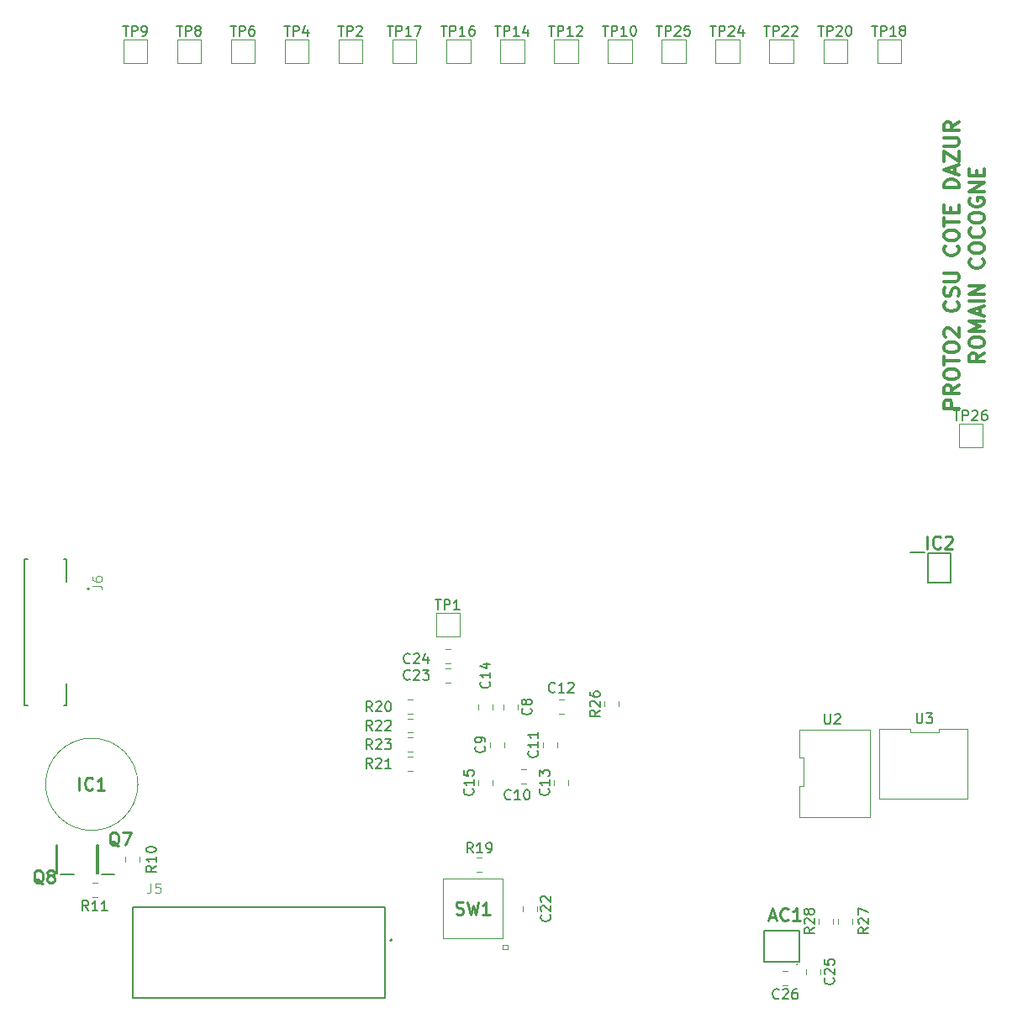
<source format=gbr>
G04 #@! TF.GenerationSoftware,KiCad,Pcbnew,5.1.5+dfsg1-2build2*
G04 #@! TF.CreationDate,2020-05-18T23:31:36+02:00*
G04 #@! TF.ProjectId,proto2,70726f74-6f32-42e6-9b69-6361645f7063,rev?*
G04 #@! TF.SameCoordinates,Original*
G04 #@! TF.FileFunction,Legend,Top*
G04 #@! TF.FilePolarity,Positive*
%FSLAX46Y46*%
G04 Gerber Fmt 4.6, Leading zero omitted, Abs format (unit mm)*
G04 Created by KiCad (PCBNEW 5.1.5+dfsg1-2build2) date 2020-05-18 23:31:36*
%MOMM*%
%LPD*%
G04 APERTURE LIST*
%ADD10C,0.300000*%
%ADD11C,0.100000*%
%ADD12C,0.200000*%
%ADD13C,0.127000*%
%ADD14C,0.120000*%
%ADD15C,0.254000*%
%ADD16C,0.015000*%
%ADD17C,0.150000*%
G04 APERTURE END LIST*
D10*
X186093571Y-90592857D02*
X184593571Y-90592857D01*
X184593571Y-90021428D01*
X184665000Y-89878571D01*
X184736428Y-89807142D01*
X184879285Y-89735714D01*
X185093571Y-89735714D01*
X185236428Y-89807142D01*
X185307857Y-89878571D01*
X185379285Y-90021428D01*
X185379285Y-90592857D01*
X186093571Y-88235714D02*
X185379285Y-88735714D01*
X186093571Y-89092857D02*
X184593571Y-89092857D01*
X184593571Y-88521428D01*
X184665000Y-88378571D01*
X184736428Y-88307142D01*
X184879285Y-88235714D01*
X185093571Y-88235714D01*
X185236428Y-88307142D01*
X185307857Y-88378571D01*
X185379285Y-88521428D01*
X185379285Y-89092857D01*
X184593571Y-87307142D02*
X184593571Y-87021428D01*
X184665000Y-86878571D01*
X184807857Y-86735714D01*
X185093571Y-86664285D01*
X185593571Y-86664285D01*
X185879285Y-86735714D01*
X186022142Y-86878571D01*
X186093571Y-87021428D01*
X186093571Y-87307142D01*
X186022142Y-87450000D01*
X185879285Y-87592857D01*
X185593571Y-87664285D01*
X185093571Y-87664285D01*
X184807857Y-87592857D01*
X184665000Y-87450000D01*
X184593571Y-87307142D01*
X184593571Y-86235714D02*
X184593571Y-85378571D01*
X186093571Y-85807142D02*
X184593571Y-85807142D01*
X184593571Y-84592857D02*
X184593571Y-84307142D01*
X184665000Y-84164285D01*
X184807857Y-84021428D01*
X185093571Y-83950000D01*
X185593571Y-83950000D01*
X185879285Y-84021428D01*
X186022142Y-84164285D01*
X186093571Y-84307142D01*
X186093571Y-84592857D01*
X186022142Y-84735714D01*
X185879285Y-84878571D01*
X185593571Y-84950000D01*
X185093571Y-84950000D01*
X184807857Y-84878571D01*
X184665000Y-84735714D01*
X184593571Y-84592857D01*
X184736428Y-83378571D02*
X184665000Y-83307142D01*
X184593571Y-83164285D01*
X184593571Y-82807142D01*
X184665000Y-82664285D01*
X184736428Y-82592857D01*
X184879285Y-82521428D01*
X185022142Y-82521428D01*
X185236428Y-82592857D01*
X186093571Y-83450000D01*
X186093571Y-82521428D01*
X185950714Y-79878571D02*
X186022142Y-79950000D01*
X186093571Y-80164285D01*
X186093571Y-80307142D01*
X186022142Y-80521428D01*
X185879285Y-80664285D01*
X185736428Y-80735714D01*
X185450714Y-80807142D01*
X185236428Y-80807142D01*
X184950714Y-80735714D01*
X184807857Y-80664285D01*
X184665000Y-80521428D01*
X184593571Y-80307142D01*
X184593571Y-80164285D01*
X184665000Y-79950000D01*
X184736428Y-79878571D01*
X186022142Y-79307142D02*
X186093571Y-79092857D01*
X186093571Y-78735714D01*
X186022142Y-78592857D01*
X185950714Y-78521428D01*
X185807857Y-78450000D01*
X185665000Y-78450000D01*
X185522142Y-78521428D01*
X185450714Y-78592857D01*
X185379285Y-78735714D01*
X185307857Y-79021428D01*
X185236428Y-79164285D01*
X185165000Y-79235714D01*
X185022142Y-79307142D01*
X184879285Y-79307142D01*
X184736428Y-79235714D01*
X184665000Y-79164285D01*
X184593571Y-79021428D01*
X184593571Y-78664285D01*
X184665000Y-78450000D01*
X184593571Y-77807142D02*
X185807857Y-77807142D01*
X185950714Y-77735714D01*
X186022142Y-77664285D01*
X186093571Y-77521428D01*
X186093571Y-77235714D01*
X186022142Y-77092857D01*
X185950714Y-77021428D01*
X185807857Y-76950000D01*
X184593571Y-76950000D01*
X185950714Y-74235714D02*
X186022142Y-74307142D01*
X186093571Y-74521428D01*
X186093571Y-74664285D01*
X186022142Y-74878571D01*
X185879285Y-75021428D01*
X185736428Y-75092857D01*
X185450714Y-75164285D01*
X185236428Y-75164285D01*
X184950714Y-75092857D01*
X184807857Y-75021428D01*
X184665000Y-74878571D01*
X184593571Y-74664285D01*
X184593571Y-74521428D01*
X184665000Y-74307142D01*
X184736428Y-74235714D01*
X184593571Y-73307142D02*
X184593571Y-73021428D01*
X184665000Y-72878571D01*
X184807857Y-72735714D01*
X185093571Y-72664285D01*
X185593571Y-72664285D01*
X185879285Y-72735714D01*
X186022142Y-72878571D01*
X186093571Y-73021428D01*
X186093571Y-73307142D01*
X186022142Y-73450000D01*
X185879285Y-73592857D01*
X185593571Y-73664285D01*
X185093571Y-73664285D01*
X184807857Y-73592857D01*
X184665000Y-73450000D01*
X184593571Y-73307142D01*
X184593571Y-72235714D02*
X184593571Y-71378571D01*
X186093571Y-71807142D02*
X184593571Y-71807142D01*
X185307857Y-70878571D02*
X185307857Y-70378571D01*
X186093571Y-70164285D02*
X186093571Y-70878571D01*
X184593571Y-70878571D01*
X184593571Y-70164285D01*
X186093571Y-68378571D02*
X184593571Y-68378571D01*
X184593571Y-68021428D01*
X184665000Y-67807142D01*
X184807857Y-67664285D01*
X184950714Y-67592857D01*
X185236428Y-67521428D01*
X185450714Y-67521428D01*
X185736428Y-67592857D01*
X185879285Y-67664285D01*
X186022142Y-67807142D01*
X186093571Y-68021428D01*
X186093571Y-68378571D01*
X185665000Y-66950000D02*
X185665000Y-66235714D01*
X186093571Y-67092857D02*
X184593571Y-66592857D01*
X186093571Y-66092857D01*
X184593571Y-65735714D02*
X184593571Y-64735714D01*
X186093571Y-65735714D01*
X186093571Y-64735714D01*
X184593571Y-64164285D02*
X185807857Y-64164285D01*
X185950714Y-64092857D01*
X186022142Y-64021428D01*
X186093571Y-63878571D01*
X186093571Y-63592857D01*
X186022142Y-63450000D01*
X185950714Y-63378571D01*
X185807857Y-63307142D01*
X184593571Y-63307142D01*
X186093571Y-61735714D02*
X185379285Y-62235714D01*
X186093571Y-62592857D02*
X184593571Y-62592857D01*
X184593571Y-62021428D01*
X184665000Y-61878571D01*
X184736428Y-61807142D01*
X184879285Y-61735714D01*
X185093571Y-61735714D01*
X185236428Y-61807142D01*
X185307857Y-61878571D01*
X185379285Y-62021428D01*
X185379285Y-62592857D01*
X188643571Y-85021428D02*
X187929285Y-85521428D01*
X188643571Y-85878571D02*
X187143571Y-85878571D01*
X187143571Y-85307142D01*
X187215000Y-85164285D01*
X187286428Y-85092857D01*
X187429285Y-85021428D01*
X187643571Y-85021428D01*
X187786428Y-85092857D01*
X187857857Y-85164285D01*
X187929285Y-85307142D01*
X187929285Y-85878571D01*
X187143571Y-84092857D02*
X187143571Y-83807142D01*
X187215000Y-83664285D01*
X187357857Y-83521428D01*
X187643571Y-83450000D01*
X188143571Y-83450000D01*
X188429285Y-83521428D01*
X188572142Y-83664285D01*
X188643571Y-83807142D01*
X188643571Y-84092857D01*
X188572142Y-84235714D01*
X188429285Y-84378571D01*
X188143571Y-84450000D01*
X187643571Y-84450000D01*
X187357857Y-84378571D01*
X187215000Y-84235714D01*
X187143571Y-84092857D01*
X188643571Y-82807142D02*
X187143571Y-82807142D01*
X188215000Y-82307142D01*
X187143571Y-81807142D01*
X188643571Y-81807142D01*
X188215000Y-81164285D02*
X188215000Y-80450000D01*
X188643571Y-81307142D02*
X187143571Y-80807142D01*
X188643571Y-80307142D01*
X188643571Y-79807142D02*
X187143571Y-79807142D01*
X188643571Y-79092857D02*
X187143571Y-79092857D01*
X188643571Y-78235714D01*
X187143571Y-78235714D01*
X188500714Y-75521428D02*
X188572142Y-75592857D01*
X188643571Y-75807142D01*
X188643571Y-75950000D01*
X188572142Y-76164285D01*
X188429285Y-76307142D01*
X188286428Y-76378571D01*
X188000714Y-76450000D01*
X187786428Y-76450000D01*
X187500714Y-76378571D01*
X187357857Y-76307142D01*
X187215000Y-76164285D01*
X187143571Y-75950000D01*
X187143571Y-75807142D01*
X187215000Y-75592857D01*
X187286428Y-75521428D01*
X187143571Y-74592857D02*
X187143571Y-74307142D01*
X187215000Y-74164285D01*
X187357857Y-74021428D01*
X187643571Y-73950000D01*
X188143571Y-73950000D01*
X188429285Y-74021428D01*
X188572142Y-74164285D01*
X188643571Y-74307142D01*
X188643571Y-74592857D01*
X188572142Y-74735714D01*
X188429285Y-74878571D01*
X188143571Y-74950000D01*
X187643571Y-74950000D01*
X187357857Y-74878571D01*
X187215000Y-74735714D01*
X187143571Y-74592857D01*
X188500714Y-72450000D02*
X188572142Y-72521428D01*
X188643571Y-72735714D01*
X188643571Y-72878571D01*
X188572142Y-73092857D01*
X188429285Y-73235714D01*
X188286428Y-73307142D01*
X188000714Y-73378571D01*
X187786428Y-73378571D01*
X187500714Y-73307142D01*
X187357857Y-73235714D01*
X187215000Y-73092857D01*
X187143571Y-72878571D01*
X187143571Y-72735714D01*
X187215000Y-72521428D01*
X187286428Y-72450000D01*
X187143571Y-71521428D02*
X187143571Y-71235714D01*
X187215000Y-71092857D01*
X187357857Y-70950000D01*
X187643571Y-70878571D01*
X188143571Y-70878571D01*
X188429285Y-70950000D01*
X188572142Y-71092857D01*
X188643571Y-71235714D01*
X188643571Y-71521428D01*
X188572142Y-71664285D01*
X188429285Y-71807142D01*
X188143571Y-71878571D01*
X187643571Y-71878571D01*
X187357857Y-71807142D01*
X187215000Y-71664285D01*
X187143571Y-71521428D01*
X187215000Y-69450000D02*
X187143571Y-69592857D01*
X187143571Y-69807142D01*
X187215000Y-70021428D01*
X187357857Y-70164285D01*
X187500714Y-70235714D01*
X187786428Y-70307142D01*
X188000714Y-70307142D01*
X188286428Y-70235714D01*
X188429285Y-70164285D01*
X188572142Y-70021428D01*
X188643571Y-69807142D01*
X188643571Y-69664285D01*
X188572142Y-69450000D01*
X188500714Y-69378571D01*
X188000714Y-69378571D01*
X188000714Y-69664285D01*
X188643571Y-68735714D02*
X187143571Y-68735714D01*
X188643571Y-67878571D01*
X187143571Y-67878571D01*
X187857857Y-67164285D02*
X187857857Y-66664285D01*
X188643571Y-66450000D02*
X188643571Y-67164285D01*
X187143571Y-67164285D01*
X187143571Y-66450000D01*
D11*
X140144000Y-145032000D02*
X140144000Y-144642000D01*
X140633000Y-145032000D02*
X140144000Y-145032000D01*
X140633000Y-144642000D02*
X140633000Y-145032000D01*
X140144000Y-144642000D02*
X140633000Y-144642000D01*
X134160000Y-143970000D02*
X134160000Y-137970000D01*
X140160000Y-143970000D02*
X134160000Y-143970000D01*
X140160000Y-137970000D02*
X140160000Y-143970000D01*
X134160000Y-137970000D02*
X140160000Y-137970000D01*
D12*
X98507000Y-108782000D02*
G75*
G03X98507000Y-108782000I-100000J0D01*
G01*
D13*
X92007000Y-120532000D02*
X92287000Y-120532000D01*
X92007000Y-105782000D02*
X92007000Y-120532000D01*
X92287000Y-105782000D02*
X92007000Y-105782000D01*
X96207000Y-120532000D02*
X95927000Y-120532000D01*
X96207000Y-118257000D02*
X96207000Y-120532000D01*
X96207000Y-105782000D02*
X96207000Y-108057000D01*
X95927000Y-105782000D02*
X96207000Y-105782000D01*
D12*
X181225000Y-105130000D02*
X182650000Y-105130000D01*
X183000000Y-108180000D02*
X183000000Y-105180000D01*
X185300000Y-108180000D02*
X183000000Y-108180000D01*
X185300000Y-105180000D02*
X185300000Y-108180000D01*
X183000000Y-105180000D02*
X185300000Y-105180000D01*
D11*
X94105200Y-128447800D02*
G75*
G02X103405200Y-128447800I4650000J0D01*
G01*
X103405200Y-128447800D02*
G75*
G02X94105200Y-128447800I-4650000J0D01*
G01*
X103405200Y-128447800D02*
X103405200Y-128447800D01*
X94105200Y-128447800D02*
X94105200Y-128447800D01*
D14*
X186125000Y-94545000D02*
X186125000Y-92145000D01*
X188525000Y-94545000D02*
X186125000Y-94545000D01*
X188525000Y-92145000D02*
X188525000Y-94545000D01*
X186125000Y-92145000D02*
X188525000Y-92145000D01*
X133420000Y-113595000D02*
X133420000Y-111195000D01*
X135820000Y-113595000D02*
X133420000Y-113595000D01*
X135820000Y-111195000D02*
X135820000Y-113595000D01*
X133420000Y-111195000D02*
X135820000Y-111195000D01*
X156178400Y-55810000D02*
X156178400Y-53410000D01*
X158578400Y-55810000D02*
X156178400Y-55810000D01*
X158578400Y-53410000D02*
X158578400Y-55810000D01*
X156178400Y-53410000D02*
X158578400Y-53410000D01*
X161601300Y-55810000D02*
X161601300Y-53410000D01*
X164001300Y-55810000D02*
X161601300Y-55810000D01*
X164001300Y-53410000D02*
X164001300Y-55810000D01*
X161601300Y-53410000D02*
X164001300Y-53410000D01*
X167024200Y-55810000D02*
X167024200Y-53410000D01*
X169424200Y-55810000D02*
X167024200Y-55810000D01*
X169424200Y-53410000D02*
X169424200Y-55810000D01*
X167024200Y-53410000D02*
X169424200Y-53410000D01*
X172447100Y-55810000D02*
X172447100Y-53410000D01*
X174847100Y-55810000D02*
X172447100Y-55810000D01*
X174847100Y-53410000D02*
X174847100Y-55810000D01*
X172447100Y-53410000D02*
X174847100Y-53410000D01*
X177870000Y-55810000D02*
X177870000Y-53410000D01*
X180270000Y-55810000D02*
X177870000Y-55810000D01*
X180270000Y-53410000D02*
X180270000Y-55810000D01*
X177870000Y-53410000D02*
X180270000Y-53410000D01*
X129063900Y-55810000D02*
X129063900Y-53410000D01*
X131463900Y-55810000D02*
X129063900Y-55810000D01*
X131463900Y-53410000D02*
X131463900Y-55810000D01*
X129063900Y-53410000D02*
X131463900Y-53410000D01*
X134486800Y-55810000D02*
X134486800Y-53410000D01*
X136886800Y-55810000D02*
X134486800Y-55810000D01*
X136886800Y-53410000D02*
X136886800Y-55810000D01*
X134486800Y-53410000D02*
X136886800Y-53410000D01*
X139909700Y-55810000D02*
X139909700Y-53410000D01*
X142309700Y-55810000D02*
X139909700Y-55810000D01*
X142309700Y-53410000D02*
X142309700Y-55810000D01*
X139909700Y-53410000D02*
X142309700Y-53410000D01*
X145332600Y-55810000D02*
X145332600Y-53410000D01*
X147732600Y-55810000D02*
X145332600Y-55810000D01*
X147732600Y-53410000D02*
X147732600Y-55810000D01*
X145332600Y-53410000D02*
X147732600Y-53410000D01*
X150755500Y-55810000D02*
X150755500Y-53410000D01*
X153155500Y-55810000D02*
X150755500Y-55810000D01*
X153155500Y-53410000D02*
X153155500Y-55810000D01*
X150755500Y-53410000D02*
X153155500Y-53410000D01*
X101949400Y-55810000D02*
X101949400Y-53410000D01*
X104349400Y-55810000D02*
X101949400Y-55810000D01*
X104349400Y-53410000D02*
X104349400Y-55810000D01*
X101949400Y-53410000D02*
X104349400Y-53410000D01*
X107372300Y-55810000D02*
X107372300Y-53410000D01*
X109772300Y-55810000D02*
X107372300Y-55810000D01*
X109772300Y-53410000D02*
X109772300Y-55810000D01*
X107372300Y-53410000D02*
X109772300Y-53410000D01*
X112795200Y-55810000D02*
X112795200Y-53410000D01*
X115195200Y-55810000D02*
X112795200Y-55810000D01*
X115195200Y-53410000D02*
X115195200Y-55810000D01*
X112795200Y-53410000D02*
X115195200Y-53410000D01*
X118218100Y-55810000D02*
X118218100Y-53410000D01*
X120618100Y-55810000D02*
X118218100Y-55810000D01*
X120618100Y-53410000D02*
X120618100Y-55810000D01*
X118218100Y-53410000D02*
X120618100Y-53410000D01*
X123641000Y-55810000D02*
X123641000Y-53410000D01*
X126041000Y-55810000D02*
X123641000Y-55810000D01*
X126041000Y-53410000D02*
X126041000Y-55810000D01*
X123641000Y-53410000D02*
X126041000Y-53410000D01*
X178072000Y-122845000D02*
X178072000Y-129884999D01*
X178072000Y-129884999D02*
X186926000Y-129885000D01*
X186926000Y-129885000D02*
X186926000Y-122845001D01*
X186926000Y-122845001D02*
X184059333Y-122845000D01*
X184059333Y-122845000D02*
X184059333Y-123205000D01*
X184059333Y-123205000D02*
X181192667Y-123205000D01*
X181192667Y-123205000D02*
X181192667Y-122845000D01*
X181192667Y-122845000D02*
X178054000Y-122845000D01*
X170070200Y-131772000D02*
X177110199Y-131772000D01*
X177110199Y-131772000D02*
X177110200Y-122918000D01*
X177110200Y-122918000D02*
X170070201Y-122918000D01*
X170070201Y-122918000D02*
X170070200Y-125784667D01*
X170070200Y-125784667D02*
X170430200Y-125784667D01*
X170430200Y-125784667D02*
X170430200Y-128651333D01*
X170430200Y-128651333D02*
X170070200Y-128651333D01*
X170070200Y-128651333D02*
X170070200Y-131790000D01*
X173430000Y-142498578D02*
X173430000Y-141981422D01*
X172010000Y-142498578D02*
X172010000Y-141981422D01*
X175335000Y-142498578D02*
X175335000Y-141981422D01*
X173915000Y-142498578D02*
X173915000Y-141981422D01*
X150420000Y-120606078D02*
X150420000Y-120088922D01*
X151840000Y-120606078D02*
X151840000Y-120088922D01*
X130561822Y-123750000D02*
X131078978Y-123750000D01*
X130561822Y-125170000D02*
X131078978Y-125170000D01*
X131078978Y-123239600D02*
X130561822Y-123239600D01*
X131078978Y-121819600D02*
X130561822Y-121819600D01*
X130561822Y-125680400D02*
X131078978Y-125680400D01*
X130561822Y-127100400D02*
X131078978Y-127100400D01*
X131078978Y-121309200D02*
X130561822Y-121309200D01*
X131078978Y-119889200D02*
X130561822Y-119889200D01*
X137536422Y-137235000D02*
X138053578Y-137235000D01*
X137536422Y-135815000D02*
X138053578Y-135815000D01*
X99318578Y-138355000D02*
X98801422Y-138355000D01*
X99318578Y-139775000D02*
X98801422Y-139775000D01*
X103580000Y-136265378D02*
X103580000Y-135748222D01*
X102160000Y-136265378D02*
X102160000Y-135748222D01*
D12*
X96950000Y-137506800D02*
X95650000Y-137506800D01*
X95300000Y-134546800D02*
X95300000Y-137466800D01*
X95200000Y-134546800D02*
X95300000Y-134546800D01*
X95200000Y-137466800D02*
X95200000Y-134546800D01*
X95300000Y-137466800D02*
X95200000Y-137466800D01*
X101030000Y-137506800D02*
X99730000Y-137506800D01*
X99380000Y-134546800D02*
X99380000Y-137466800D01*
X99280000Y-134546800D02*
X99380000Y-134546800D01*
X99280000Y-137466800D02*
X99280000Y-134546800D01*
X99380000Y-137466800D02*
X99280000Y-137466800D01*
X129020000Y-144145000D02*
G75*
G03X129020000Y-144145000I-100000J0D01*
G01*
D13*
X128270000Y-149987000D02*
X102870000Y-149987000D01*
X128270000Y-140843000D02*
X102870000Y-140843000D01*
X128270000Y-140843000D02*
X128270000Y-149987000D01*
X102870000Y-149987000D02*
X102870000Y-140843000D01*
D14*
X168866078Y-147245000D02*
X168348922Y-147245000D01*
X168866078Y-148665000D02*
X168348922Y-148665000D01*
X170740000Y-147061422D02*
X170740000Y-147578578D01*
X172160000Y-147061422D02*
X172160000Y-147578578D01*
X134361422Y-118185000D02*
X134878578Y-118185000D01*
X134361422Y-116765000D02*
X134878578Y-116765000D01*
X134878578Y-114860000D02*
X134361422Y-114860000D01*
X134878578Y-116280000D02*
X134361422Y-116280000D01*
X142165000Y-140711422D02*
X142165000Y-141228578D01*
X143585000Y-140711422D02*
X143585000Y-141228578D01*
X137720000Y-128528578D02*
X137720000Y-128011422D01*
X139140000Y-128528578D02*
X139140000Y-128011422D01*
X139140000Y-120391422D02*
X139140000Y-120908578D01*
X137720000Y-120391422D02*
X137720000Y-120908578D01*
X145340000Y-128528578D02*
X145340000Y-128011422D01*
X146760000Y-128528578D02*
X146760000Y-128011422D01*
X146308578Y-121360000D02*
X145791422Y-121360000D01*
X146308578Y-119940000D02*
X145791422Y-119940000D01*
X144197000Y-124718578D02*
X144197000Y-124201422D01*
X145617000Y-124718578D02*
X145617000Y-124201422D01*
X141981422Y-126925000D02*
X142498578Y-126925000D01*
X141981422Y-128345000D02*
X142498578Y-128345000D01*
X138863000Y-124718578D02*
X138863000Y-124201422D01*
X140283000Y-124718578D02*
X140283000Y-124201422D01*
X141680000Y-120391422D02*
X141680000Y-120908578D01*
X140260000Y-120391422D02*
X140260000Y-120908578D01*
D12*
X169803000Y-146594000D02*
G75*
G03X169803000Y-146594000I-17000J0D01*
G01*
X166475000Y-143230000D02*
X170075000Y-143230000D01*
X166475000Y-146330000D02*
X166475000Y-143230000D01*
X170075000Y-146330000D02*
X166475000Y-146330000D01*
X170075000Y-143230000D02*
X170075000Y-146330000D01*
D15*
X135466666Y-141484047D02*
X135648095Y-141544523D01*
X135950476Y-141544523D01*
X136071428Y-141484047D01*
X136131904Y-141423571D01*
X136192380Y-141302619D01*
X136192380Y-141181666D01*
X136131904Y-141060714D01*
X136071428Y-141000238D01*
X135950476Y-140939761D01*
X135708571Y-140879285D01*
X135587619Y-140818809D01*
X135527142Y-140758333D01*
X135466666Y-140637380D01*
X135466666Y-140516428D01*
X135527142Y-140395476D01*
X135587619Y-140335000D01*
X135708571Y-140274523D01*
X136010952Y-140274523D01*
X136192380Y-140335000D01*
X136615714Y-140274523D02*
X136918095Y-141544523D01*
X137160000Y-140637380D01*
X137401904Y-141544523D01*
X137704285Y-140274523D01*
X138853333Y-141544523D02*
X138127619Y-141544523D01*
X138490476Y-141544523D02*
X138490476Y-140274523D01*
X138369523Y-140455952D01*
X138248571Y-140576904D01*
X138127619Y-140637380D01*
D16*
X98794380Y-108465333D02*
X99508666Y-108465333D01*
X99651523Y-108512952D01*
X99746761Y-108608190D01*
X99794380Y-108751047D01*
X99794380Y-108846285D01*
X98794380Y-107560571D02*
X98794380Y-107751047D01*
X98842000Y-107846285D01*
X98889619Y-107893904D01*
X99032476Y-107989142D01*
X99222952Y-108036761D01*
X99603904Y-108036761D01*
X99699142Y-107989142D01*
X99746761Y-107941523D01*
X99794380Y-107846285D01*
X99794380Y-107655809D01*
X99746761Y-107560571D01*
X99699142Y-107512952D01*
X99603904Y-107465333D01*
X99365809Y-107465333D01*
X99270571Y-107512952D01*
X99222952Y-107560571D01*
X99175333Y-107655809D01*
X99175333Y-107846285D01*
X99222952Y-107941523D01*
X99270571Y-107989142D01*
X99365809Y-108036761D01*
D15*
X182910238Y-104714523D02*
X182910238Y-103444523D01*
X184240714Y-104593571D02*
X184180238Y-104654047D01*
X183998809Y-104714523D01*
X183877857Y-104714523D01*
X183696428Y-104654047D01*
X183575476Y-104533095D01*
X183515000Y-104412142D01*
X183454523Y-104170238D01*
X183454523Y-103988809D01*
X183515000Y-103746904D01*
X183575476Y-103625952D01*
X183696428Y-103505000D01*
X183877857Y-103444523D01*
X183998809Y-103444523D01*
X184180238Y-103505000D01*
X184240714Y-103565476D01*
X184724523Y-103565476D02*
X184785000Y-103505000D01*
X184905952Y-103444523D01*
X185208333Y-103444523D01*
X185329285Y-103505000D01*
X185389761Y-103565476D01*
X185450238Y-103686428D01*
X185450238Y-103807380D01*
X185389761Y-103988809D01*
X184664047Y-104714523D01*
X185450238Y-104714523D01*
X97515438Y-129022323D02*
X97515438Y-127752323D01*
X98845914Y-128901371D02*
X98785438Y-128961847D01*
X98604009Y-129022323D01*
X98483057Y-129022323D01*
X98301628Y-128961847D01*
X98180676Y-128840895D01*
X98120200Y-128719942D01*
X98059723Y-128478038D01*
X98059723Y-128296609D01*
X98120200Y-128054704D01*
X98180676Y-127933752D01*
X98301628Y-127812800D01*
X98483057Y-127752323D01*
X98604009Y-127752323D01*
X98785438Y-127812800D01*
X98845914Y-127873276D01*
X100055438Y-129022323D02*
X99329723Y-129022323D01*
X99692580Y-129022323D02*
X99692580Y-127752323D01*
X99571628Y-127933752D01*
X99450676Y-128054704D01*
X99329723Y-128115180D01*
D17*
X185586904Y-90799380D02*
X186158333Y-90799380D01*
X185872619Y-91799380D02*
X185872619Y-90799380D01*
X186491666Y-91799380D02*
X186491666Y-90799380D01*
X186872619Y-90799380D01*
X186967857Y-90847000D01*
X187015476Y-90894619D01*
X187063095Y-90989857D01*
X187063095Y-91132714D01*
X187015476Y-91227952D01*
X186967857Y-91275571D01*
X186872619Y-91323190D01*
X186491666Y-91323190D01*
X187444047Y-90894619D02*
X187491666Y-90847000D01*
X187586904Y-90799380D01*
X187825000Y-90799380D01*
X187920238Y-90847000D01*
X187967857Y-90894619D01*
X188015476Y-90989857D01*
X188015476Y-91085095D01*
X187967857Y-91227952D01*
X187396428Y-91799380D01*
X188015476Y-91799380D01*
X188872619Y-90799380D02*
X188682142Y-90799380D01*
X188586904Y-90847000D01*
X188539285Y-90894619D01*
X188444047Y-91037476D01*
X188396428Y-91227952D01*
X188396428Y-91608904D01*
X188444047Y-91704142D01*
X188491666Y-91751761D01*
X188586904Y-91799380D01*
X188777380Y-91799380D01*
X188872619Y-91751761D01*
X188920238Y-91704142D01*
X188967857Y-91608904D01*
X188967857Y-91370809D01*
X188920238Y-91275571D01*
X188872619Y-91227952D01*
X188777380Y-91180333D01*
X188586904Y-91180333D01*
X188491666Y-91227952D01*
X188444047Y-91275571D01*
X188396428Y-91370809D01*
X133358095Y-109849380D02*
X133929523Y-109849380D01*
X133643809Y-110849380D02*
X133643809Y-109849380D01*
X134262857Y-110849380D02*
X134262857Y-109849380D01*
X134643809Y-109849380D01*
X134739047Y-109897000D01*
X134786666Y-109944619D01*
X134834285Y-110039857D01*
X134834285Y-110182714D01*
X134786666Y-110277952D01*
X134739047Y-110325571D01*
X134643809Y-110373190D01*
X134262857Y-110373190D01*
X135786666Y-110849380D02*
X135215238Y-110849380D01*
X135500952Y-110849380D02*
X135500952Y-109849380D01*
X135405714Y-109992238D01*
X135310476Y-110087476D01*
X135215238Y-110135095D01*
X155640304Y-52064380D02*
X156211733Y-52064380D01*
X155926019Y-53064380D02*
X155926019Y-52064380D01*
X156545066Y-53064380D02*
X156545066Y-52064380D01*
X156926019Y-52064380D01*
X157021257Y-52112000D01*
X157068876Y-52159619D01*
X157116495Y-52254857D01*
X157116495Y-52397714D01*
X157068876Y-52492952D01*
X157021257Y-52540571D01*
X156926019Y-52588190D01*
X156545066Y-52588190D01*
X157497447Y-52159619D02*
X157545066Y-52112000D01*
X157640304Y-52064380D01*
X157878400Y-52064380D01*
X157973638Y-52112000D01*
X158021257Y-52159619D01*
X158068876Y-52254857D01*
X158068876Y-52350095D01*
X158021257Y-52492952D01*
X157449828Y-53064380D01*
X158068876Y-53064380D01*
X158973638Y-52064380D02*
X158497447Y-52064380D01*
X158449828Y-52540571D01*
X158497447Y-52492952D01*
X158592685Y-52445333D01*
X158830780Y-52445333D01*
X158926019Y-52492952D01*
X158973638Y-52540571D01*
X159021257Y-52635809D01*
X159021257Y-52873904D01*
X158973638Y-52969142D01*
X158926019Y-53016761D01*
X158830780Y-53064380D01*
X158592685Y-53064380D01*
X158497447Y-53016761D01*
X158449828Y-52969142D01*
X161063204Y-52064380D02*
X161634633Y-52064380D01*
X161348919Y-53064380D02*
X161348919Y-52064380D01*
X161967966Y-53064380D02*
X161967966Y-52064380D01*
X162348919Y-52064380D01*
X162444157Y-52112000D01*
X162491776Y-52159619D01*
X162539395Y-52254857D01*
X162539395Y-52397714D01*
X162491776Y-52492952D01*
X162444157Y-52540571D01*
X162348919Y-52588190D01*
X161967966Y-52588190D01*
X162920347Y-52159619D02*
X162967966Y-52112000D01*
X163063204Y-52064380D01*
X163301300Y-52064380D01*
X163396538Y-52112000D01*
X163444157Y-52159619D01*
X163491776Y-52254857D01*
X163491776Y-52350095D01*
X163444157Y-52492952D01*
X162872728Y-53064380D01*
X163491776Y-53064380D01*
X164348919Y-52397714D02*
X164348919Y-53064380D01*
X164110823Y-52016761D02*
X163872728Y-52731047D01*
X164491776Y-52731047D01*
X166486104Y-52064380D02*
X167057533Y-52064380D01*
X166771819Y-53064380D02*
X166771819Y-52064380D01*
X167390866Y-53064380D02*
X167390866Y-52064380D01*
X167771819Y-52064380D01*
X167867057Y-52112000D01*
X167914676Y-52159619D01*
X167962295Y-52254857D01*
X167962295Y-52397714D01*
X167914676Y-52492952D01*
X167867057Y-52540571D01*
X167771819Y-52588190D01*
X167390866Y-52588190D01*
X168343247Y-52159619D02*
X168390866Y-52112000D01*
X168486104Y-52064380D01*
X168724200Y-52064380D01*
X168819438Y-52112000D01*
X168867057Y-52159619D01*
X168914676Y-52254857D01*
X168914676Y-52350095D01*
X168867057Y-52492952D01*
X168295628Y-53064380D01*
X168914676Y-53064380D01*
X169295628Y-52159619D02*
X169343247Y-52112000D01*
X169438485Y-52064380D01*
X169676580Y-52064380D01*
X169771819Y-52112000D01*
X169819438Y-52159619D01*
X169867057Y-52254857D01*
X169867057Y-52350095D01*
X169819438Y-52492952D01*
X169248009Y-53064380D01*
X169867057Y-53064380D01*
X171909004Y-52064380D02*
X172480433Y-52064380D01*
X172194719Y-53064380D02*
X172194719Y-52064380D01*
X172813766Y-53064380D02*
X172813766Y-52064380D01*
X173194719Y-52064380D01*
X173289957Y-52112000D01*
X173337576Y-52159619D01*
X173385195Y-52254857D01*
X173385195Y-52397714D01*
X173337576Y-52492952D01*
X173289957Y-52540571D01*
X173194719Y-52588190D01*
X172813766Y-52588190D01*
X173766147Y-52159619D02*
X173813766Y-52112000D01*
X173909004Y-52064380D01*
X174147100Y-52064380D01*
X174242338Y-52112000D01*
X174289957Y-52159619D01*
X174337576Y-52254857D01*
X174337576Y-52350095D01*
X174289957Y-52492952D01*
X173718528Y-53064380D01*
X174337576Y-53064380D01*
X174956623Y-52064380D02*
X175051861Y-52064380D01*
X175147100Y-52112000D01*
X175194719Y-52159619D01*
X175242338Y-52254857D01*
X175289957Y-52445333D01*
X175289957Y-52683428D01*
X175242338Y-52873904D01*
X175194719Y-52969142D01*
X175147100Y-53016761D01*
X175051861Y-53064380D01*
X174956623Y-53064380D01*
X174861385Y-53016761D01*
X174813766Y-52969142D01*
X174766147Y-52873904D01*
X174718528Y-52683428D01*
X174718528Y-52445333D01*
X174766147Y-52254857D01*
X174813766Y-52159619D01*
X174861385Y-52112000D01*
X174956623Y-52064380D01*
X177331904Y-52064380D02*
X177903333Y-52064380D01*
X177617619Y-53064380D02*
X177617619Y-52064380D01*
X178236666Y-53064380D02*
X178236666Y-52064380D01*
X178617619Y-52064380D01*
X178712857Y-52112000D01*
X178760476Y-52159619D01*
X178808095Y-52254857D01*
X178808095Y-52397714D01*
X178760476Y-52492952D01*
X178712857Y-52540571D01*
X178617619Y-52588190D01*
X178236666Y-52588190D01*
X179760476Y-53064380D02*
X179189047Y-53064380D01*
X179474761Y-53064380D02*
X179474761Y-52064380D01*
X179379523Y-52207238D01*
X179284285Y-52302476D01*
X179189047Y-52350095D01*
X180331904Y-52492952D02*
X180236666Y-52445333D01*
X180189047Y-52397714D01*
X180141428Y-52302476D01*
X180141428Y-52254857D01*
X180189047Y-52159619D01*
X180236666Y-52112000D01*
X180331904Y-52064380D01*
X180522380Y-52064380D01*
X180617619Y-52112000D01*
X180665238Y-52159619D01*
X180712857Y-52254857D01*
X180712857Y-52302476D01*
X180665238Y-52397714D01*
X180617619Y-52445333D01*
X180522380Y-52492952D01*
X180331904Y-52492952D01*
X180236666Y-52540571D01*
X180189047Y-52588190D01*
X180141428Y-52683428D01*
X180141428Y-52873904D01*
X180189047Y-52969142D01*
X180236666Y-53016761D01*
X180331904Y-53064380D01*
X180522380Y-53064380D01*
X180617619Y-53016761D01*
X180665238Y-52969142D01*
X180712857Y-52873904D01*
X180712857Y-52683428D01*
X180665238Y-52588190D01*
X180617619Y-52540571D01*
X180522380Y-52492952D01*
X128525804Y-52064380D02*
X129097233Y-52064380D01*
X128811519Y-53064380D02*
X128811519Y-52064380D01*
X129430566Y-53064380D02*
X129430566Y-52064380D01*
X129811519Y-52064380D01*
X129906757Y-52112000D01*
X129954376Y-52159619D01*
X130001995Y-52254857D01*
X130001995Y-52397714D01*
X129954376Y-52492952D01*
X129906757Y-52540571D01*
X129811519Y-52588190D01*
X129430566Y-52588190D01*
X130954376Y-53064380D02*
X130382947Y-53064380D01*
X130668661Y-53064380D02*
X130668661Y-52064380D01*
X130573423Y-52207238D01*
X130478185Y-52302476D01*
X130382947Y-52350095D01*
X131287709Y-52064380D02*
X131954376Y-52064380D01*
X131525804Y-53064380D01*
X133948704Y-52064380D02*
X134520133Y-52064380D01*
X134234419Y-53064380D02*
X134234419Y-52064380D01*
X134853466Y-53064380D02*
X134853466Y-52064380D01*
X135234419Y-52064380D01*
X135329657Y-52112000D01*
X135377276Y-52159619D01*
X135424895Y-52254857D01*
X135424895Y-52397714D01*
X135377276Y-52492952D01*
X135329657Y-52540571D01*
X135234419Y-52588190D01*
X134853466Y-52588190D01*
X136377276Y-53064380D02*
X135805847Y-53064380D01*
X136091561Y-53064380D02*
X136091561Y-52064380D01*
X135996323Y-52207238D01*
X135901085Y-52302476D01*
X135805847Y-52350095D01*
X137234419Y-52064380D02*
X137043942Y-52064380D01*
X136948704Y-52112000D01*
X136901085Y-52159619D01*
X136805847Y-52302476D01*
X136758228Y-52492952D01*
X136758228Y-52873904D01*
X136805847Y-52969142D01*
X136853466Y-53016761D01*
X136948704Y-53064380D01*
X137139180Y-53064380D01*
X137234419Y-53016761D01*
X137282038Y-52969142D01*
X137329657Y-52873904D01*
X137329657Y-52635809D01*
X137282038Y-52540571D01*
X137234419Y-52492952D01*
X137139180Y-52445333D01*
X136948704Y-52445333D01*
X136853466Y-52492952D01*
X136805847Y-52540571D01*
X136758228Y-52635809D01*
X139371604Y-52064380D02*
X139943033Y-52064380D01*
X139657319Y-53064380D02*
X139657319Y-52064380D01*
X140276366Y-53064380D02*
X140276366Y-52064380D01*
X140657319Y-52064380D01*
X140752557Y-52112000D01*
X140800176Y-52159619D01*
X140847795Y-52254857D01*
X140847795Y-52397714D01*
X140800176Y-52492952D01*
X140752557Y-52540571D01*
X140657319Y-52588190D01*
X140276366Y-52588190D01*
X141800176Y-53064380D02*
X141228747Y-53064380D01*
X141514461Y-53064380D02*
X141514461Y-52064380D01*
X141419223Y-52207238D01*
X141323985Y-52302476D01*
X141228747Y-52350095D01*
X142657319Y-52397714D02*
X142657319Y-53064380D01*
X142419223Y-52016761D02*
X142181128Y-52731047D01*
X142800176Y-52731047D01*
X144794504Y-52064380D02*
X145365933Y-52064380D01*
X145080219Y-53064380D02*
X145080219Y-52064380D01*
X145699266Y-53064380D02*
X145699266Y-52064380D01*
X146080219Y-52064380D01*
X146175457Y-52112000D01*
X146223076Y-52159619D01*
X146270695Y-52254857D01*
X146270695Y-52397714D01*
X146223076Y-52492952D01*
X146175457Y-52540571D01*
X146080219Y-52588190D01*
X145699266Y-52588190D01*
X147223076Y-53064380D02*
X146651647Y-53064380D01*
X146937361Y-53064380D02*
X146937361Y-52064380D01*
X146842123Y-52207238D01*
X146746885Y-52302476D01*
X146651647Y-52350095D01*
X147604028Y-52159619D02*
X147651647Y-52112000D01*
X147746885Y-52064380D01*
X147984980Y-52064380D01*
X148080219Y-52112000D01*
X148127838Y-52159619D01*
X148175457Y-52254857D01*
X148175457Y-52350095D01*
X148127838Y-52492952D01*
X147556409Y-53064380D01*
X148175457Y-53064380D01*
X150217404Y-52064380D02*
X150788833Y-52064380D01*
X150503119Y-53064380D02*
X150503119Y-52064380D01*
X151122166Y-53064380D02*
X151122166Y-52064380D01*
X151503119Y-52064380D01*
X151598357Y-52112000D01*
X151645976Y-52159619D01*
X151693595Y-52254857D01*
X151693595Y-52397714D01*
X151645976Y-52492952D01*
X151598357Y-52540571D01*
X151503119Y-52588190D01*
X151122166Y-52588190D01*
X152645976Y-53064380D02*
X152074547Y-53064380D01*
X152360261Y-53064380D02*
X152360261Y-52064380D01*
X152265023Y-52207238D01*
X152169785Y-52302476D01*
X152074547Y-52350095D01*
X153265023Y-52064380D02*
X153360261Y-52064380D01*
X153455500Y-52112000D01*
X153503119Y-52159619D01*
X153550738Y-52254857D01*
X153598357Y-52445333D01*
X153598357Y-52683428D01*
X153550738Y-52873904D01*
X153503119Y-52969142D01*
X153455500Y-53016761D01*
X153360261Y-53064380D01*
X153265023Y-53064380D01*
X153169785Y-53016761D01*
X153122166Y-52969142D01*
X153074547Y-52873904D01*
X153026928Y-52683428D01*
X153026928Y-52445333D01*
X153074547Y-52254857D01*
X153122166Y-52159619D01*
X153169785Y-52112000D01*
X153265023Y-52064380D01*
X101887495Y-52064380D02*
X102458923Y-52064380D01*
X102173209Y-53064380D02*
X102173209Y-52064380D01*
X102792257Y-53064380D02*
X102792257Y-52064380D01*
X103173209Y-52064380D01*
X103268447Y-52112000D01*
X103316066Y-52159619D01*
X103363685Y-52254857D01*
X103363685Y-52397714D01*
X103316066Y-52492952D01*
X103268447Y-52540571D01*
X103173209Y-52588190D01*
X102792257Y-52588190D01*
X103839876Y-53064380D02*
X104030352Y-53064380D01*
X104125590Y-53016761D01*
X104173209Y-52969142D01*
X104268447Y-52826285D01*
X104316066Y-52635809D01*
X104316066Y-52254857D01*
X104268447Y-52159619D01*
X104220828Y-52112000D01*
X104125590Y-52064380D01*
X103935114Y-52064380D01*
X103839876Y-52112000D01*
X103792257Y-52159619D01*
X103744638Y-52254857D01*
X103744638Y-52492952D01*
X103792257Y-52588190D01*
X103839876Y-52635809D01*
X103935114Y-52683428D01*
X104125590Y-52683428D01*
X104220828Y-52635809D01*
X104268447Y-52588190D01*
X104316066Y-52492952D01*
X107310395Y-52064380D02*
X107881823Y-52064380D01*
X107596109Y-53064380D02*
X107596109Y-52064380D01*
X108215157Y-53064380D02*
X108215157Y-52064380D01*
X108596109Y-52064380D01*
X108691347Y-52112000D01*
X108738966Y-52159619D01*
X108786585Y-52254857D01*
X108786585Y-52397714D01*
X108738966Y-52492952D01*
X108691347Y-52540571D01*
X108596109Y-52588190D01*
X108215157Y-52588190D01*
X109358014Y-52492952D02*
X109262776Y-52445333D01*
X109215157Y-52397714D01*
X109167538Y-52302476D01*
X109167538Y-52254857D01*
X109215157Y-52159619D01*
X109262776Y-52112000D01*
X109358014Y-52064380D01*
X109548490Y-52064380D01*
X109643728Y-52112000D01*
X109691347Y-52159619D01*
X109738966Y-52254857D01*
X109738966Y-52302476D01*
X109691347Y-52397714D01*
X109643728Y-52445333D01*
X109548490Y-52492952D01*
X109358014Y-52492952D01*
X109262776Y-52540571D01*
X109215157Y-52588190D01*
X109167538Y-52683428D01*
X109167538Y-52873904D01*
X109215157Y-52969142D01*
X109262776Y-53016761D01*
X109358014Y-53064380D01*
X109548490Y-53064380D01*
X109643728Y-53016761D01*
X109691347Y-52969142D01*
X109738966Y-52873904D01*
X109738966Y-52683428D01*
X109691347Y-52588190D01*
X109643728Y-52540571D01*
X109548490Y-52492952D01*
X112733295Y-52064380D02*
X113304723Y-52064380D01*
X113019009Y-53064380D02*
X113019009Y-52064380D01*
X113638057Y-53064380D02*
X113638057Y-52064380D01*
X114019009Y-52064380D01*
X114114247Y-52112000D01*
X114161866Y-52159619D01*
X114209485Y-52254857D01*
X114209485Y-52397714D01*
X114161866Y-52492952D01*
X114114247Y-52540571D01*
X114019009Y-52588190D01*
X113638057Y-52588190D01*
X115066628Y-52064380D02*
X114876152Y-52064380D01*
X114780914Y-52112000D01*
X114733295Y-52159619D01*
X114638057Y-52302476D01*
X114590438Y-52492952D01*
X114590438Y-52873904D01*
X114638057Y-52969142D01*
X114685676Y-53016761D01*
X114780914Y-53064380D01*
X114971390Y-53064380D01*
X115066628Y-53016761D01*
X115114247Y-52969142D01*
X115161866Y-52873904D01*
X115161866Y-52635809D01*
X115114247Y-52540571D01*
X115066628Y-52492952D01*
X114971390Y-52445333D01*
X114780914Y-52445333D01*
X114685676Y-52492952D01*
X114638057Y-52540571D01*
X114590438Y-52635809D01*
X118156195Y-52064380D02*
X118727623Y-52064380D01*
X118441909Y-53064380D02*
X118441909Y-52064380D01*
X119060957Y-53064380D02*
X119060957Y-52064380D01*
X119441909Y-52064380D01*
X119537147Y-52112000D01*
X119584766Y-52159619D01*
X119632385Y-52254857D01*
X119632385Y-52397714D01*
X119584766Y-52492952D01*
X119537147Y-52540571D01*
X119441909Y-52588190D01*
X119060957Y-52588190D01*
X120489528Y-52397714D02*
X120489528Y-53064380D01*
X120251433Y-52016761D02*
X120013338Y-52731047D01*
X120632385Y-52731047D01*
X123579095Y-52064380D02*
X124150523Y-52064380D01*
X123864809Y-53064380D02*
X123864809Y-52064380D01*
X124483857Y-53064380D02*
X124483857Y-52064380D01*
X124864809Y-52064380D01*
X124960047Y-52112000D01*
X125007666Y-52159619D01*
X125055285Y-52254857D01*
X125055285Y-52397714D01*
X125007666Y-52492952D01*
X124960047Y-52540571D01*
X124864809Y-52588190D01*
X124483857Y-52588190D01*
X125436238Y-52159619D02*
X125483857Y-52112000D01*
X125579095Y-52064380D01*
X125817190Y-52064380D01*
X125912428Y-52112000D01*
X125960047Y-52159619D01*
X126007666Y-52254857D01*
X126007666Y-52350095D01*
X125960047Y-52492952D01*
X125388619Y-53064380D01*
X126007666Y-53064380D01*
X181864095Y-121297380D02*
X181864095Y-122106904D01*
X181911714Y-122202142D01*
X181959333Y-122249761D01*
X182054571Y-122297380D01*
X182245047Y-122297380D01*
X182340285Y-122249761D01*
X182387904Y-122202142D01*
X182435523Y-122106904D01*
X182435523Y-121297380D01*
X182816476Y-121297380D02*
X183435523Y-121297380D01*
X183102190Y-121678333D01*
X183245047Y-121678333D01*
X183340285Y-121725952D01*
X183387904Y-121773571D01*
X183435523Y-121868809D01*
X183435523Y-122106904D01*
X183387904Y-122202142D01*
X183340285Y-122249761D01*
X183245047Y-122297380D01*
X182959333Y-122297380D01*
X182864095Y-122249761D01*
X182816476Y-122202142D01*
X172593095Y-121372380D02*
X172593095Y-122181904D01*
X172640714Y-122277142D01*
X172688333Y-122324761D01*
X172783571Y-122372380D01*
X172974047Y-122372380D01*
X173069285Y-122324761D01*
X173116904Y-122277142D01*
X173164523Y-122181904D01*
X173164523Y-121372380D01*
X173593095Y-121467619D02*
X173640714Y-121420000D01*
X173735952Y-121372380D01*
X173974047Y-121372380D01*
X174069285Y-121420000D01*
X174116904Y-121467619D01*
X174164523Y-121562857D01*
X174164523Y-121658095D01*
X174116904Y-121800952D01*
X173545476Y-122372380D01*
X174164523Y-122372380D01*
X171522380Y-142882857D02*
X171046190Y-143216190D01*
X171522380Y-143454285D02*
X170522380Y-143454285D01*
X170522380Y-143073333D01*
X170570000Y-142978095D01*
X170617619Y-142930476D01*
X170712857Y-142882857D01*
X170855714Y-142882857D01*
X170950952Y-142930476D01*
X170998571Y-142978095D01*
X171046190Y-143073333D01*
X171046190Y-143454285D01*
X170617619Y-142501904D02*
X170570000Y-142454285D01*
X170522380Y-142359047D01*
X170522380Y-142120952D01*
X170570000Y-142025714D01*
X170617619Y-141978095D01*
X170712857Y-141930476D01*
X170808095Y-141930476D01*
X170950952Y-141978095D01*
X171522380Y-142549523D01*
X171522380Y-141930476D01*
X170950952Y-141359047D02*
X170903333Y-141454285D01*
X170855714Y-141501904D01*
X170760476Y-141549523D01*
X170712857Y-141549523D01*
X170617619Y-141501904D01*
X170570000Y-141454285D01*
X170522380Y-141359047D01*
X170522380Y-141168571D01*
X170570000Y-141073333D01*
X170617619Y-141025714D01*
X170712857Y-140978095D01*
X170760476Y-140978095D01*
X170855714Y-141025714D01*
X170903333Y-141073333D01*
X170950952Y-141168571D01*
X170950952Y-141359047D01*
X170998571Y-141454285D01*
X171046190Y-141501904D01*
X171141428Y-141549523D01*
X171331904Y-141549523D01*
X171427142Y-141501904D01*
X171474761Y-141454285D01*
X171522380Y-141359047D01*
X171522380Y-141168571D01*
X171474761Y-141073333D01*
X171427142Y-141025714D01*
X171331904Y-140978095D01*
X171141428Y-140978095D01*
X171046190Y-141025714D01*
X170998571Y-141073333D01*
X170950952Y-141168571D01*
X176982380Y-142882857D02*
X176506190Y-143216190D01*
X176982380Y-143454285D02*
X175982380Y-143454285D01*
X175982380Y-143073333D01*
X176030000Y-142978095D01*
X176077619Y-142930476D01*
X176172857Y-142882857D01*
X176315714Y-142882857D01*
X176410952Y-142930476D01*
X176458571Y-142978095D01*
X176506190Y-143073333D01*
X176506190Y-143454285D01*
X176077619Y-142501904D02*
X176030000Y-142454285D01*
X175982380Y-142359047D01*
X175982380Y-142120952D01*
X176030000Y-142025714D01*
X176077619Y-141978095D01*
X176172857Y-141930476D01*
X176268095Y-141930476D01*
X176410952Y-141978095D01*
X176982380Y-142549523D01*
X176982380Y-141930476D01*
X175982380Y-141597142D02*
X175982380Y-140930476D01*
X176982380Y-141359047D01*
X149932380Y-120990357D02*
X149456190Y-121323690D01*
X149932380Y-121561785D02*
X148932380Y-121561785D01*
X148932380Y-121180833D01*
X148980000Y-121085595D01*
X149027619Y-121037976D01*
X149122857Y-120990357D01*
X149265714Y-120990357D01*
X149360952Y-121037976D01*
X149408571Y-121085595D01*
X149456190Y-121180833D01*
X149456190Y-121561785D01*
X149027619Y-120609404D02*
X148980000Y-120561785D01*
X148932380Y-120466547D01*
X148932380Y-120228452D01*
X148980000Y-120133214D01*
X149027619Y-120085595D01*
X149122857Y-120037976D01*
X149218095Y-120037976D01*
X149360952Y-120085595D01*
X149932380Y-120657023D01*
X149932380Y-120037976D01*
X148932380Y-119180833D02*
X148932380Y-119371309D01*
X148980000Y-119466547D01*
X149027619Y-119514166D01*
X149170476Y-119609404D01*
X149360952Y-119657023D01*
X149741904Y-119657023D01*
X149837142Y-119609404D01*
X149884761Y-119561785D01*
X149932380Y-119466547D01*
X149932380Y-119276071D01*
X149884761Y-119180833D01*
X149837142Y-119133214D01*
X149741904Y-119085595D01*
X149503809Y-119085595D01*
X149408571Y-119133214D01*
X149360952Y-119180833D01*
X149313333Y-119276071D01*
X149313333Y-119466547D01*
X149360952Y-119561785D01*
X149408571Y-119609404D01*
X149503809Y-119657023D01*
X126992142Y-124912380D02*
X126658809Y-124436190D01*
X126420714Y-124912380D02*
X126420714Y-123912380D01*
X126801666Y-123912380D01*
X126896904Y-123960000D01*
X126944523Y-124007619D01*
X126992142Y-124102857D01*
X126992142Y-124245714D01*
X126944523Y-124340952D01*
X126896904Y-124388571D01*
X126801666Y-124436190D01*
X126420714Y-124436190D01*
X127373095Y-124007619D02*
X127420714Y-123960000D01*
X127515952Y-123912380D01*
X127754047Y-123912380D01*
X127849285Y-123960000D01*
X127896904Y-124007619D01*
X127944523Y-124102857D01*
X127944523Y-124198095D01*
X127896904Y-124340952D01*
X127325476Y-124912380D01*
X127944523Y-124912380D01*
X128277857Y-123912380D02*
X128896904Y-123912380D01*
X128563571Y-124293333D01*
X128706428Y-124293333D01*
X128801666Y-124340952D01*
X128849285Y-124388571D01*
X128896904Y-124483809D01*
X128896904Y-124721904D01*
X128849285Y-124817142D01*
X128801666Y-124864761D01*
X128706428Y-124912380D01*
X128420714Y-124912380D01*
X128325476Y-124864761D01*
X128277857Y-124817142D01*
X126992142Y-123007380D02*
X126658809Y-122531190D01*
X126420714Y-123007380D02*
X126420714Y-122007380D01*
X126801666Y-122007380D01*
X126896904Y-122055000D01*
X126944523Y-122102619D01*
X126992142Y-122197857D01*
X126992142Y-122340714D01*
X126944523Y-122435952D01*
X126896904Y-122483571D01*
X126801666Y-122531190D01*
X126420714Y-122531190D01*
X127373095Y-122102619D02*
X127420714Y-122055000D01*
X127515952Y-122007380D01*
X127754047Y-122007380D01*
X127849285Y-122055000D01*
X127896904Y-122102619D01*
X127944523Y-122197857D01*
X127944523Y-122293095D01*
X127896904Y-122435952D01*
X127325476Y-123007380D01*
X127944523Y-123007380D01*
X128325476Y-122102619D02*
X128373095Y-122055000D01*
X128468333Y-122007380D01*
X128706428Y-122007380D01*
X128801666Y-122055000D01*
X128849285Y-122102619D01*
X128896904Y-122197857D01*
X128896904Y-122293095D01*
X128849285Y-122435952D01*
X128277857Y-123007380D01*
X128896904Y-123007380D01*
X126992142Y-126817380D02*
X126658809Y-126341190D01*
X126420714Y-126817380D02*
X126420714Y-125817380D01*
X126801666Y-125817380D01*
X126896904Y-125865000D01*
X126944523Y-125912619D01*
X126992142Y-126007857D01*
X126992142Y-126150714D01*
X126944523Y-126245952D01*
X126896904Y-126293571D01*
X126801666Y-126341190D01*
X126420714Y-126341190D01*
X127373095Y-125912619D02*
X127420714Y-125865000D01*
X127515952Y-125817380D01*
X127754047Y-125817380D01*
X127849285Y-125865000D01*
X127896904Y-125912619D01*
X127944523Y-126007857D01*
X127944523Y-126103095D01*
X127896904Y-126245952D01*
X127325476Y-126817380D01*
X127944523Y-126817380D01*
X128896904Y-126817380D02*
X128325476Y-126817380D01*
X128611190Y-126817380D02*
X128611190Y-125817380D01*
X128515952Y-125960238D01*
X128420714Y-126055476D01*
X128325476Y-126103095D01*
X126992142Y-121102380D02*
X126658809Y-120626190D01*
X126420714Y-121102380D02*
X126420714Y-120102380D01*
X126801666Y-120102380D01*
X126896904Y-120150000D01*
X126944523Y-120197619D01*
X126992142Y-120292857D01*
X126992142Y-120435714D01*
X126944523Y-120530952D01*
X126896904Y-120578571D01*
X126801666Y-120626190D01*
X126420714Y-120626190D01*
X127373095Y-120197619D02*
X127420714Y-120150000D01*
X127515952Y-120102380D01*
X127754047Y-120102380D01*
X127849285Y-120150000D01*
X127896904Y-120197619D01*
X127944523Y-120292857D01*
X127944523Y-120388095D01*
X127896904Y-120530952D01*
X127325476Y-121102380D01*
X127944523Y-121102380D01*
X128563571Y-120102380D02*
X128658809Y-120102380D01*
X128754047Y-120150000D01*
X128801666Y-120197619D01*
X128849285Y-120292857D01*
X128896904Y-120483333D01*
X128896904Y-120721428D01*
X128849285Y-120911904D01*
X128801666Y-121007142D01*
X128754047Y-121054761D01*
X128658809Y-121102380D01*
X128563571Y-121102380D01*
X128468333Y-121054761D01*
X128420714Y-121007142D01*
X128373095Y-120911904D01*
X128325476Y-120721428D01*
X128325476Y-120483333D01*
X128373095Y-120292857D01*
X128420714Y-120197619D01*
X128468333Y-120150000D01*
X128563571Y-120102380D01*
X137152142Y-135327380D02*
X136818809Y-134851190D01*
X136580714Y-135327380D02*
X136580714Y-134327380D01*
X136961666Y-134327380D01*
X137056904Y-134375000D01*
X137104523Y-134422619D01*
X137152142Y-134517857D01*
X137152142Y-134660714D01*
X137104523Y-134755952D01*
X137056904Y-134803571D01*
X136961666Y-134851190D01*
X136580714Y-134851190D01*
X138104523Y-135327380D02*
X137533095Y-135327380D01*
X137818809Y-135327380D02*
X137818809Y-134327380D01*
X137723571Y-134470238D01*
X137628333Y-134565476D01*
X137533095Y-134613095D01*
X138580714Y-135327380D02*
X138771190Y-135327380D01*
X138866428Y-135279761D01*
X138914047Y-135232142D01*
X139009285Y-135089285D01*
X139056904Y-134898809D01*
X139056904Y-134517857D01*
X139009285Y-134422619D01*
X138961666Y-134375000D01*
X138866428Y-134327380D01*
X138675952Y-134327380D01*
X138580714Y-134375000D01*
X138533095Y-134422619D01*
X138485476Y-134517857D01*
X138485476Y-134755952D01*
X138533095Y-134851190D01*
X138580714Y-134898809D01*
X138675952Y-134946428D01*
X138866428Y-134946428D01*
X138961666Y-134898809D01*
X139009285Y-134851190D01*
X139056904Y-134755952D01*
X98417142Y-141167380D02*
X98083809Y-140691190D01*
X97845714Y-141167380D02*
X97845714Y-140167380D01*
X98226666Y-140167380D01*
X98321904Y-140215000D01*
X98369523Y-140262619D01*
X98417142Y-140357857D01*
X98417142Y-140500714D01*
X98369523Y-140595952D01*
X98321904Y-140643571D01*
X98226666Y-140691190D01*
X97845714Y-140691190D01*
X99369523Y-141167380D02*
X98798095Y-141167380D01*
X99083809Y-141167380D02*
X99083809Y-140167380D01*
X98988571Y-140310238D01*
X98893333Y-140405476D01*
X98798095Y-140453095D01*
X100321904Y-141167380D02*
X99750476Y-141167380D01*
X100036190Y-141167380D02*
X100036190Y-140167380D01*
X99940952Y-140310238D01*
X99845714Y-140405476D01*
X99750476Y-140453095D01*
X105227380Y-136649657D02*
X104751190Y-136982990D01*
X105227380Y-137221085D02*
X104227380Y-137221085D01*
X104227380Y-136840133D01*
X104275000Y-136744895D01*
X104322619Y-136697276D01*
X104417857Y-136649657D01*
X104560714Y-136649657D01*
X104655952Y-136697276D01*
X104703571Y-136744895D01*
X104751190Y-136840133D01*
X104751190Y-137221085D01*
X105227380Y-135697276D02*
X105227380Y-136268704D01*
X105227380Y-135982990D02*
X104227380Y-135982990D01*
X104370238Y-136078228D01*
X104465476Y-136173466D01*
X104513095Y-136268704D01*
X104227380Y-135078228D02*
X104227380Y-134982990D01*
X104275000Y-134887752D01*
X104322619Y-134840133D01*
X104417857Y-134792514D01*
X104608333Y-134744895D01*
X104846428Y-134744895D01*
X105036904Y-134792514D01*
X105132142Y-134840133D01*
X105179761Y-134887752D01*
X105227380Y-134982990D01*
X105227380Y-135078228D01*
X105179761Y-135173466D01*
X105132142Y-135221085D01*
X105036904Y-135268704D01*
X104846428Y-135316323D01*
X104608333Y-135316323D01*
X104417857Y-135268704D01*
X104322619Y-135221085D01*
X104275000Y-135173466D01*
X104227380Y-135078228D01*
D15*
X93859047Y-138490476D02*
X93738095Y-138430000D01*
X93617142Y-138309047D01*
X93435714Y-138127619D01*
X93314761Y-138067142D01*
X93193809Y-138067142D01*
X93254285Y-138369523D02*
X93133333Y-138309047D01*
X93012380Y-138188095D01*
X92951904Y-137946190D01*
X92951904Y-137522857D01*
X93012380Y-137280952D01*
X93133333Y-137160000D01*
X93254285Y-137099523D01*
X93496190Y-137099523D01*
X93617142Y-137160000D01*
X93738095Y-137280952D01*
X93798571Y-137522857D01*
X93798571Y-137946190D01*
X93738095Y-138188095D01*
X93617142Y-138309047D01*
X93496190Y-138369523D01*
X93254285Y-138369523D01*
X94524285Y-137643809D02*
X94403333Y-137583333D01*
X94342857Y-137522857D01*
X94282380Y-137401904D01*
X94282380Y-137341428D01*
X94342857Y-137220476D01*
X94403333Y-137160000D01*
X94524285Y-137099523D01*
X94766190Y-137099523D01*
X94887142Y-137160000D01*
X94947619Y-137220476D01*
X95008095Y-137341428D01*
X95008095Y-137401904D01*
X94947619Y-137522857D01*
X94887142Y-137583333D01*
X94766190Y-137643809D01*
X94524285Y-137643809D01*
X94403333Y-137704285D01*
X94342857Y-137764761D01*
X94282380Y-137885714D01*
X94282380Y-138127619D01*
X94342857Y-138248571D01*
X94403333Y-138309047D01*
X94524285Y-138369523D01*
X94766190Y-138369523D01*
X94887142Y-138309047D01*
X94947619Y-138248571D01*
X95008095Y-138127619D01*
X95008095Y-137885714D01*
X94947619Y-137764761D01*
X94887142Y-137704285D01*
X94766190Y-137643809D01*
X101479047Y-134680476D02*
X101358095Y-134620000D01*
X101237142Y-134499047D01*
X101055714Y-134317619D01*
X100934761Y-134257142D01*
X100813809Y-134257142D01*
X100874285Y-134559523D02*
X100753333Y-134499047D01*
X100632380Y-134378095D01*
X100571904Y-134136190D01*
X100571904Y-133712857D01*
X100632380Y-133470952D01*
X100753333Y-133350000D01*
X100874285Y-133289523D01*
X101116190Y-133289523D01*
X101237142Y-133350000D01*
X101358095Y-133470952D01*
X101418571Y-133712857D01*
X101418571Y-134136190D01*
X101358095Y-134378095D01*
X101237142Y-134499047D01*
X101116190Y-134559523D01*
X100874285Y-134559523D01*
X101841904Y-133289523D02*
X102688571Y-133289523D01*
X102144285Y-134559523D01*
D16*
X104711666Y-138410380D02*
X104711666Y-139124666D01*
X104664047Y-139267523D01*
X104568809Y-139362761D01*
X104425952Y-139410380D01*
X104330714Y-139410380D01*
X105664047Y-138410380D02*
X105187857Y-138410380D01*
X105140238Y-138886571D01*
X105187857Y-138838952D01*
X105283095Y-138791333D01*
X105521190Y-138791333D01*
X105616428Y-138838952D01*
X105664047Y-138886571D01*
X105711666Y-138981809D01*
X105711666Y-139219904D01*
X105664047Y-139315142D01*
X105616428Y-139362761D01*
X105521190Y-139410380D01*
X105283095Y-139410380D01*
X105187857Y-139362761D01*
X105140238Y-139315142D01*
D17*
X167964642Y-149962142D02*
X167917023Y-150009761D01*
X167774166Y-150057380D01*
X167678928Y-150057380D01*
X167536071Y-150009761D01*
X167440833Y-149914523D01*
X167393214Y-149819285D01*
X167345595Y-149628809D01*
X167345595Y-149485952D01*
X167393214Y-149295476D01*
X167440833Y-149200238D01*
X167536071Y-149105000D01*
X167678928Y-149057380D01*
X167774166Y-149057380D01*
X167917023Y-149105000D01*
X167964642Y-149152619D01*
X168345595Y-149152619D02*
X168393214Y-149105000D01*
X168488452Y-149057380D01*
X168726547Y-149057380D01*
X168821785Y-149105000D01*
X168869404Y-149152619D01*
X168917023Y-149247857D01*
X168917023Y-149343095D01*
X168869404Y-149485952D01*
X168297976Y-150057380D01*
X168917023Y-150057380D01*
X169774166Y-149057380D02*
X169583690Y-149057380D01*
X169488452Y-149105000D01*
X169440833Y-149152619D01*
X169345595Y-149295476D01*
X169297976Y-149485952D01*
X169297976Y-149866904D01*
X169345595Y-149962142D01*
X169393214Y-150009761D01*
X169488452Y-150057380D01*
X169678928Y-150057380D01*
X169774166Y-150009761D01*
X169821785Y-149962142D01*
X169869404Y-149866904D01*
X169869404Y-149628809D01*
X169821785Y-149533571D01*
X169774166Y-149485952D01*
X169678928Y-149438333D01*
X169488452Y-149438333D01*
X169393214Y-149485952D01*
X169345595Y-149533571D01*
X169297976Y-149628809D01*
X173457142Y-147962857D02*
X173504761Y-148010476D01*
X173552380Y-148153333D01*
X173552380Y-148248571D01*
X173504761Y-148391428D01*
X173409523Y-148486666D01*
X173314285Y-148534285D01*
X173123809Y-148581904D01*
X172980952Y-148581904D01*
X172790476Y-148534285D01*
X172695238Y-148486666D01*
X172600000Y-148391428D01*
X172552380Y-148248571D01*
X172552380Y-148153333D01*
X172600000Y-148010476D01*
X172647619Y-147962857D01*
X172647619Y-147581904D02*
X172600000Y-147534285D01*
X172552380Y-147439047D01*
X172552380Y-147200952D01*
X172600000Y-147105714D01*
X172647619Y-147058095D01*
X172742857Y-147010476D01*
X172838095Y-147010476D01*
X172980952Y-147058095D01*
X173552380Y-147629523D01*
X173552380Y-147010476D01*
X172552380Y-146105714D02*
X172552380Y-146581904D01*
X173028571Y-146629523D01*
X172980952Y-146581904D01*
X172933333Y-146486666D01*
X172933333Y-146248571D01*
X172980952Y-146153333D01*
X173028571Y-146105714D01*
X173123809Y-146058095D01*
X173361904Y-146058095D01*
X173457142Y-146105714D01*
X173504761Y-146153333D01*
X173552380Y-146248571D01*
X173552380Y-146486666D01*
X173504761Y-146581904D01*
X173457142Y-146629523D01*
X130802142Y-116182142D02*
X130754523Y-116229761D01*
X130611666Y-116277380D01*
X130516428Y-116277380D01*
X130373571Y-116229761D01*
X130278333Y-116134523D01*
X130230714Y-116039285D01*
X130183095Y-115848809D01*
X130183095Y-115705952D01*
X130230714Y-115515476D01*
X130278333Y-115420238D01*
X130373571Y-115325000D01*
X130516428Y-115277380D01*
X130611666Y-115277380D01*
X130754523Y-115325000D01*
X130802142Y-115372619D01*
X131183095Y-115372619D02*
X131230714Y-115325000D01*
X131325952Y-115277380D01*
X131564047Y-115277380D01*
X131659285Y-115325000D01*
X131706904Y-115372619D01*
X131754523Y-115467857D01*
X131754523Y-115563095D01*
X131706904Y-115705952D01*
X131135476Y-116277380D01*
X131754523Y-116277380D01*
X132611666Y-115610714D02*
X132611666Y-116277380D01*
X132373571Y-115229761D02*
X132135476Y-115944047D01*
X132754523Y-115944047D01*
X130802142Y-117832142D02*
X130754523Y-117879761D01*
X130611666Y-117927380D01*
X130516428Y-117927380D01*
X130373571Y-117879761D01*
X130278333Y-117784523D01*
X130230714Y-117689285D01*
X130183095Y-117498809D01*
X130183095Y-117355952D01*
X130230714Y-117165476D01*
X130278333Y-117070238D01*
X130373571Y-116975000D01*
X130516428Y-116927380D01*
X130611666Y-116927380D01*
X130754523Y-116975000D01*
X130802142Y-117022619D01*
X131183095Y-117022619D02*
X131230714Y-116975000D01*
X131325952Y-116927380D01*
X131564047Y-116927380D01*
X131659285Y-116975000D01*
X131706904Y-117022619D01*
X131754523Y-117117857D01*
X131754523Y-117213095D01*
X131706904Y-117355952D01*
X131135476Y-117927380D01*
X131754523Y-117927380D01*
X132087857Y-116927380D02*
X132706904Y-116927380D01*
X132373571Y-117308333D01*
X132516428Y-117308333D01*
X132611666Y-117355952D01*
X132659285Y-117403571D01*
X132706904Y-117498809D01*
X132706904Y-117736904D01*
X132659285Y-117832142D01*
X132611666Y-117879761D01*
X132516428Y-117927380D01*
X132230714Y-117927380D01*
X132135476Y-117879761D01*
X132087857Y-117832142D01*
X144882142Y-141612857D02*
X144929761Y-141660476D01*
X144977380Y-141803333D01*
X144977380Y-141898571D01*
X144929761Y-142041428D01*
X144834523Y-142136666D01*
X144739285Y-142184285D01*
X144548809Y-142231904D01*
X144405952Y-142231904D01*
X144215476Y-142184285D01*
X144120238Y-142136666D01*
X144025000Y-142041428D01*
X143977380Y-141898571D01*
X143977380Y-141803333D01*
X144025000Y-141660476D01*
X144072619Y-141612857D01*
X144072619Y-141231904D02*
X144025000Y-141184285D01*
X143977380Y-141089047D01*
X143977380Y-140850952D01*
X144025000Y-140755714D01*
X144072619Y-140708095D01*
X144167857Y-140660476D01*
X144263095Y-140660476D01*
X144405952Y-140708095D01*
X144977380Y-141279523D01*
X144977380Y-140660476D01*
X144072619Y-140279523D02*
X144025000Y-140231904D01*
X143977380Y-140136666D01*
X143977380Y-139898571D01*
X144025000Y-139803333D01*
X144072619Y-139755714D01*
X144167857Y-139708095D01*
X144263095Y-139708095D01*
X144405952Y-139755714D01*
X144977380Y-140327142D01*
X144977380Y-139708095D01*
X137137142Y-128912857D02*
X137184761Y-128960476D01*
X137232380Y-129103333D01*
X137232380Y-129198571D01*
X137184761Y-129341428D01*
X137089523Y-129436666D01*
X136994285Y-129484285D01*
X136803809Y-129531904D01*
X136660952Y-129531904D01*
X136470476Y-129484285D01*
X136375238Y-129436666D01*
X136280000Y-129341428D01*
X136232380Y-129198571D01*
X136232380Y-129103333D01*
X136280000Y-128960476D01*
X136327619Y-128912857D01*
X137232380Y-127960476D02*
X137232380Y-128531904D01*
X137232380Y-128246190D02*
X136232380Y-128246190D01*
X136375238Y-128341428D01*
X136470476Y-128436666D01*
X136518095Y-128531904D01*
X136232380Y-127055714D02*
X136232380Y-127531904D01*
X136708571Y-127579523D01*
X136660952Y-127531904D01*
X136613333Y-127436666D01*
X136613333Y-127198571D01*
X136660952Y-127103333D01*
X136708571Y-127055714D01*
X136803809Y-127008095D01*
X137041904Y-127008095D01*
X137137142Y-127055714D01*
X137184761Y-127103333D01*
X137232380Y-127198571D01*
X137232380Y-127436666D01*
X137184761Y-127531904D01*
X137137142Y-127579523D01*
X138787142Y-118117857D02*
X138834761Y-118165476D01*
X138882380Y-118308333D01*
X138882380Y-118403571D01*
X138834761Y-118546428D01*
X138739523Y-118641666D01*
X138644285Y-118689285D01*
X138453809Y-118736904D01*
X138310952Y-118736904D01*
X138120476Y-118689285D01*
X138025238Y-118641666D01*
X137930000Y-118546428D01*
X137882380Y-118403571D01*
X137882380Y-118308333D01*
X137930000Y-118165476D01*
X137977619Y-118117857D01*
X138882380Y-117165476D02*
X138882380Y-117736904D01*
X138882380Y-117451190D02*
X137882380Y-117451190D01*
X138025238Y-117546428D01*
X138120476Y-117641666D01*
X138168095Y-117736904D01*
X138215714Y-116308333D02*
X138882380Y-116308333D01*
X137834761Y-116546428D02*
X138549047Y-116784523D01*
X138549047Y-116165476D01*
X144757142Y-128912857D02*
X144804761Y-128960476D01*
X144852380Y-129103333D01*
X144852380Y-129198571D01*
X144804761Y-129341428D01*
X144709523Y-129436666D01*
X144614285Y-129484285D01*
X144423809Y-129531904D01*
X144280952Y-129531904D01*
X144090476Y-129484285D01*
X143995238Y-129436666D01*
X143900000Y-129341428D01*
X143852380Y-129198571D01*
X143852380Y-129103333D01*
X143900000Y-128960476D01*
X143947619Y-128912857D01*
X144852380Y-127960476D02*
X144852380Y-128531904D01*
X144852380Y-128246190D02*
X143852380Y-128246190D01*
X143995238Y-128341428D01*
X144090476Y-128436666D01*
X144138095Y-128531904D01*
X143852380Y-127627142D02*
X143852380Y-127008095D01*
X144233333Y-127341428D01*
X144233333Y-127198571D01*
X144280952Y-127103333D01*
X144328571Y-127055714D01*
X144423809Y-127008095D01*
X144661904Y-127008095D01*
X144757142Y-127055714D01*
X144804761Y-127103333D01*
X144852380Y-127198571D01*
X144852380Y-127484285D01*
X144804761Y-127579523D01*
X144757142Y-127627142D01*
X145407142Y-119102142D02*
X145359523Y-119149761D01*
X145216666Y-119197380D01*
X145121428Y-119197380D01*
X144978571Y-119149761D01*
X144883333Y-119054523D01*
X144835714Y-118959285D01*
X144788095Y-118768809D01*
X144788095Y-118625952D01*
X144835714Y-118435476D01*
X144883333Y-118340238D01*
X144978571Y-118245000D01*
X145121428Y-118197380D01*
X145216666Y-118197380D01*
X145359523Y-118245000D01*
X145407142Y-118292619D01*
X146359523Y-119197380D02*
X145788095Y-119197380D01*
X146073809Y-119197380D02*
X146073809Y-118197380D01*
X145978571Y-118340238D01*
X145883333Y-118435476D01*
X145788095Y-118483095D01*
X146740476Y-118292619D02*
X146788095Y-118245000D01*
X146883333Y-118197380D01*
X147121428Y-118197380D01*
X147216666Y-118245000D01*
X147264285Y-118292619D01*
X147311904Y-118387857D01*
X147311904Y-118483095D01*
X147264285Y-118625952D01*
X146692857Y-119197380D01*
X147311904Y-119197380D01*
X143614142Y-125102857D02*
X143661761Y-125150476D01*
X143709380Y-125293333D01*
X143709380Y-125388571D01*
X143661761Y-125531428D01*
X143566523Y-125626666D01*
X143471285Y-125674285D01*
X143280809Y-125721904D01*
X143137952Y-125721904D01*
X142947476Y-125674285D01*
X142852238Y-125626666D01*
X142757000Y-125531428D01*
X142709380Y-125388571D01*
X142709380Y-125293333D01*
X142757000Y-125150476D01*
X142804619Y-125102857D01*
X143709380Y-124150476D02*
X143709380Y-124721904D01*
X143709380Y-124436190D02*
X142709380Y-124436190D01*
X142852238Y-124531428D01*
X142947476Y-124626666D01*
X142995095Y-124721904D01*
X143709380Y-123198095D02*
X143709380Y-123769523D01*
X143709380Y-123483809D02*
X142709380Y-123483809D01*
X142852238Y-123579047D01*
X142947476Y-123674285D01*
X142995095Y-123769523D01*
X140962142Y-129897142D02*
X140914523Y-129944761D01*
X140771666Y-129992380D01*
X140676428Y-129992380D01*
X140533571Y-129944761D01*
X140438333Y-129849523D01*
X140390714Y-129754285D01*
X140343095Y-129563809D01*
X140343095Y-129420952D01*
X140390714Y-129230476D01*
X140438333Y-129135238D01*
X140533571Y-129040000D01*
X140676428Y-128992380D01*
X140771666Y-128992380D01*
X140914523Y-129040000D01*
X140962142Y-129087619D01*
X141914523Y-129992380D02*
X141343095Y-129992380D01*
X141628809Y-129992380D02*
X141628809Y-128992380D01*
X141533571Y-129135238D01*
X141438333Y-129230476D01*
X141343095Y-129278095D01*
X142533571Y-128992380D02*
X142628809Y-128992380D01*
X142724047Y-129040000D01*
X142771666Y-129087619D01*
X142819285Y-129182857D01*
X142866904Y-129373333D01*
X142866904Y-129611428D01*
X142819285Y-129801904D01*
X142771666Y-129897142D01*
X142724047Y-129944761D01*
X142628809Y-129992380D01*
X142533571Y-129992380D01*
X142438333Y-129944761D01*
X142390714Y-129897142D01*
X142343095Y-129801904D01*
X142295476Y-129611428D01*
X142295476Y-129373333D01*
X142343095Y-129182857D01*
X142390714Y-129087619D01*
X142438333Y-129040000D01*
X142533571Y-128992380D01*
X138280142Y-124626666D02*
X138327761Y-124674285D01*
X138375380Y-124817142D01*
X138375380Y-124912380D01*
X138327761Y-125055238D01*
X138232523Y-125150476D01*
X138137285Y-125198095D01*
X137946809Y-125245714D01*
X137803952Y-125245714D01*
X137613476Y-125198095D01*
X137518238Y-125150476D01*
X137423000Y-125055238D01*
X137375380Y-124912380D01*
X137375380Y-124817142D01*
X137423000Y-124674285D01*
X137470619Y-124626666D01*
X138375380Y-124150476D02*
X138375380Y-123960000D01*
X138327761Y-123864761D01*
X138280142Y-123817142D01*
X138137285Y-123721904D01*
X137946809Y-123674285D01*
X137565857Y-123674285D01*
X137470619Y-123721904D01*
X137423000Y-123769523D01*
X137375380Y-123864761D01*
X137375380Y-124055238D01*
X137423000Y-124150476D01*
X137470619Y-124198095D01*
X137565857Y-124245714D01*
X137803952Y-124245714D01*
X137899190Y-124198095D01*
X137946809Y-124150476D01*
X137994428Y-124055238D01*
X137994428Y-123864761D01*
X137946809Y-123769523D01*
X137899190Y-123721904D01*
X137803952Y-123674285D01*
X142977142Y-120816666D02*
X143024761Y-120864285D01*
X143072380Y-121007142D01*
X143072380Y-121102380D01*
X143024761Y-121245238D01*
X142929523Y-121340476D01*
X142834285Y-121388095D01*
X142643809Y-121435714D01*
X142500952Y-121435714D01*
X142310476Y-121388095D01*
X142215238Y-121340476D01*
X142120000Y-121245238D01*
X142072380Y-121102380D01*
X142072380Y-121007142D01*
X142120000Y-120864285D01*
X142167619Y-120816666D01*
X142500952Y-120245238D02*
X142453333Y-120340476D01*
X142405714Y-120388095D01*
X142310476Y-120435714D01*
X142262857Y-120435714D01*
X142167619Y-120388095D01*
X142120000Y-120340476D01*
X142072380Y-120245238D01*
X142072380Y-120054761D01*
X142120000Y-119959523D01*
X142167619Y-119911904D01*
X142262857Y-119864285D01*
X142310476Y-119864285D01*
X142405714Y-119911904D01*
X142453333Y-119959523D01*
X142500952Y-120054761D01*
X142500952Y-120245238D01*
X142548571Y-120340476D01*
X142596190Y-120388095D01*
X142691428Y-120435714D01*
X142881904Y-120435714D01*
X142977142Y-120388095D01*
X143024761Y-120340476D01*
X143072380Y-120245238D01*
X143072380Y-120054761D01*
X143024761Y-119959523D01*
X142977142Y-119911904D01*
X142881904Y-119864285D01*
X142691428Y-119864285D01*
X142596190Y-119911904D01*
X142548571Y-119959523D01*
X142500952Y-120054761D01*
D15*
X167035857Y-141816666D02*
X167640619Y-141816666D01*
X166914904Y-142179523D02*
X167338238Y-140909523D01*
X167761571Y-142179523D01*
X168910619Y-142058571D02*
X168850142Y-142119047D01*
X168668714Y-142179523D01*
X168547761Y-142179523D01*
X168366333Y-142119047D01*
X168245380Y-141998095D01*
X168184904Y-141877142D01*
X168124428Y-141635238D01*
X168124428Y-141453809D01*
X168184904Y-141211904D01*
X168245380Y-141090952D01*
X168366333Y-140970000D01*
X168547761Y-140909523D01*
X168668714Y-140909523D01*
X168850142Y-140970000D01*
X168910619Y-141030476D01*
X170120142Y-142179523D02*
X169394428Y-142179523D01*
X169757285Y-142179523D02*
X169757285Y-140909523D01*
X169636333Y-141090952D01*
X169515380Y-141211904D01*
X169394428Y-141272380D01*
M02*

</source>
